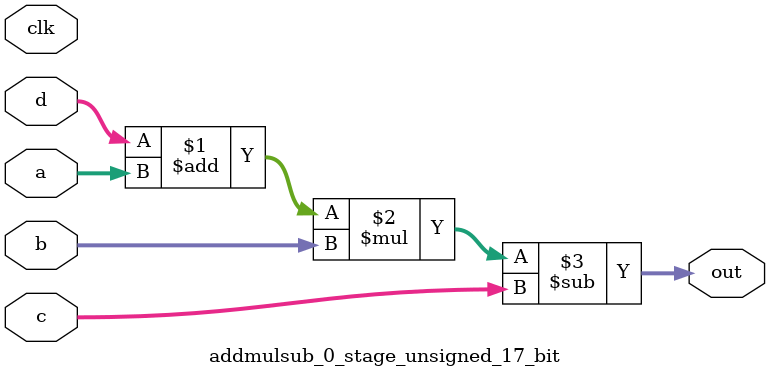
<source format=sv>
(* use_dsp = "yes" *) module addmulsub_0_stage_unsigned_17_bit(
	input  [16:0] a,
	input  [16:0] b,
	input  [16:0] c,
	input  [16:0] d,
	output [16:0] out,
	input clk);

	assign out = ((d + a) * b) - c;
endmodule

</source>
